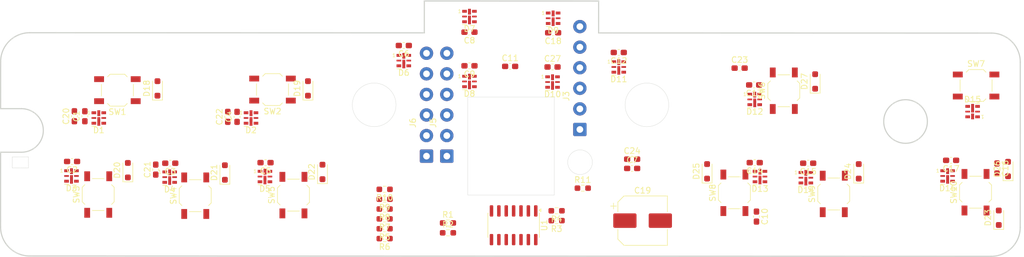
<source format=kicad_pcb>
(kicad_pcb (version 20241229) (generator "pcbnew") (generator_version "9.0")
  (layers (0 "F.Cu" signal) (2 "B.Cu" signal) (13 "F.Paste" user) (15 "B.Paste" user) (5 "F.SilkS" user "F.Silkscreen") (7 "B.SilkS" user "B.Silkscreen") (1 "F.Mask" user) (3 "B.Mask" user) (25 "Edge.Cuts" user))
  (net 0 "")
  (net 1 "+5V")
  (net 2 "GND")
  (net 3 "Net-(D1-CKO)")
  (net 4 "/LED_CLK_5V")
  (net 5 "Net-(D1-SDO)")
  (net 6 "/LED_DIN_5V")
  (net 7 "Net-(D2-CKO)")
  (net 8 "Net-(D2-SDO)")
  (net 9 "Net-(D3-SDO)")
  (net 10 "Net-(D3-CKO)")
  (net 11 "Net-(D4-CKO)")
  (net 12 "Net-(D4-SDO)")
  (net 13 "Net-(D5-SDO)")
  (net 14 "Net-(D5-CKO)")
  (net 15 "Net-(D6-CKO)")
  (net 16 "Net-(D6-SDO)")
  (net 17 "Net-(D7-CKO)")
  (net 18 "Net-(D7-SDO)")
  (net 20 "Net-(D8-CKO)")
  (net 21 "Net-(D10-SDI)")
  (net 23 "Net-(D10-CKI)")
  (net 24 "Net-(D10-CKO)")
  (net 25 "Net-(D10-SDO)")
  (net 26 "Net-(D11-SDO)")
  (net 27 "Net-(D11-CKO)")
  (net 28 "Net-(D12-SDO)")
  (net 29 "Net-(D12-CKO)")
  (net 30 "Net-(D13-CKO)")
  (net 31 "Net-(D13-SDO)")
  (net 32 "Net-(D14-SDO)")
  (net 33 "Net-(D14-CKO)")
  (net 34 "Net-(D15-SDO)")
  (net 35 "Net-(D15-CKO)")
  (net 36 "/ROW0")
  (net 37 "Net-(D19-A)")
  (net 38 "/ROW1")
  (net 39 "Net-(D20-A)")
  (net 40 "/ROW2")
  (net 41 "Net-(D21-A)")
  (net 42 "/ROW3")
  (net 43 "Net-(D22-A)")
  (net 44 "Net-(D23-A)")
  (net 45 "/ROW4")
  (net 46 "Net-(D24-A)")
  (net 47 "Net-(D25-A)")
  (net 48 "Net-(D26-A)")
  (net 49 "Net-(D27-A)")
  (net 50 "Net-(R1-Pad2)")
  (net 51 "/LED_DIN")
  (net 52 "Net-(R2-Pad2)")
  (net 53 "/LED_CLK")
  (net 54 "+3V3")
  (net 55 "/COL0")
  (net 56 "Net-(SW1-A)")
  (net 57 "Net-(SW10-A)")
  (net 58 "/COL1")
  (net 67 "Net-(D18-A)")
  (footprint "Button_Switch_SMD:SW_SPST_TL3342" (layer "F.Cu") (at 185 73.3 90)
    (property "Reference" "SW6" (at 0 -3.75 90) (layer "F.SilkS"))
    (property "Value" "SW_SPST")
    (pad "1" smd rect (at -3.15 -1.9 90) (size 1.7 1) (layers "F.Cu" "F.Mask" "F.Paste") (net 57 "Net-(SW10-A)"))
    (pad "1" smd rect (at 3.15 -1.9 90) (size 1.7 1) (layers "F.Cu" "F.Mask" "F.Paste") (net 57 "Net-(SW10-A)"))
    (pad "2" smd rect (at -3.15 1.9 90) (size 1.7 1) (layers "F.Cu" "F.Mask" "F.Paste") (net 49 "Net-(D27-A)"))
    (pad "2" smd rect (at 3.15 1.9 90) (size 1.7 1) (layers "F.Cu" "F.Mask" "F.Paste") (net 49 "Net-(D27-A)"))
  )
  (footprint "Capacitor_SMD:C_0603_1608Metric_Pad1.08x0.95mm_HandSolder" (layer "F.Cu") (at 64.7 77.7 90)
    (property "Reference" "C1" (at 0 -1.43 90) (layer "F.SilkS"))
    (property "Value" "100nF")
    (pad "1" smd roundrect (at -0.8625 0 90) (size 1.075 0.95) (layers "F.Cu" "F.Mask" "F.Paste") (net 2 "GND"))
    (pad "2" smd roundrect (at 0.8625 0 90) (size 1.075 0.95) (layers "F.Cu" "F.Mask" "F.Paste") (net 1 "+5V"))
  )
  (footprint "Button_Switch_SMD:SW_SPST_TL3342" (layer "F.Cu") (at 67 91.2 90)
    (property "Reference" "SW3" (at 0 -3.75 90) (layer "F.SilkS"))
    (property "Value" "SW_SPST")
    (pad "1" smd rect (at -3.15 -1.9 90) (size 1.7 1) (layers "F.Cu" "F.Mask" "F.Paste") (net 56 "Net-(SW1-A)"))
    (pad "1" smd rect (at 3.15 -1.9 90) (size 1.7 1) (layers "F.Cu" "F.Mask" "F.Paste") (net 56 "Net-(SW1-A)"))
    (pad "2" smd rect (at -3.15 1.9 90) (size 1.7 1) (layers "F.Cu" "F.Mask" "F.Paste") (net 39 "Net-(D20-A)"))
    (pad "2" smd rect (at 3.15 1.9 90) (size 1.7 1) (layers "F.Cu" "F.Mask" "F.Paste") (net 39 "Net-(D20-A)"))
  )
  (footprint "Button_Switch_SMD:SW_SPST_TL3342" (layer "F.Cu") (at 70.3 73.2 180)
    (property "Reference" "SW1" (at 0 -3.75 0) (layer "F.SilkS"))
    (property "Value" "SW_SPST")
    (pad "1" smd rect (at -3.15 -1.9 180) (size 1.7 1) (layers "F.Cu" "F.Mask" "F.Paste") (net 56 "Net-(SW1-A)"))
    (pad "1" smd rect (at 3.15 -1.9 180) (size 1.7 1) (layers "F.Cu" "F.Mask" "F.Paste") (net 56 "Net-(SW1-A)"))
    (pad "2" smd rect (at -3.15 1.9 180) (size 1.7 1) (layers "F.Cu" "F.Mask" "F.Paste") (net 67 "Net-(D18-A)"))
    (pad "2" smd rect (at 3.15 1.9 180) (size 1.7 1) (layers "F.Cu" "F.Mask" "F.Paste") (net 67 "Net-(D18-A)"))
  )
  (footprint "Capacitor_SMD:C_0603_1608Metric_Pad1.08x0.95mm_HandSolder" (layer "F.Cu") (at 179.9 72.3 180)
    (property "Reference" "C13" (at 0 -1.43 0) (layer "F.SilkS"))
    (property "Value" "100nF")
    (pad "1" smd roundrect (at -0.8625 0 180) (size 1.075 0.95) (layers "F.Cu" "F.Mask" "F.Paste") (net 2 "GND"))
    (pad "2" smd roundrect (at 0.8625 0 180) (size 1.075 0.95) (layers "F.Cu" "F.Mask" "F.Paste") (net 1 "+5V"))
  )
  (footprint "Capacitor_SMD:C_0603_1608Metric_Pad1.08x0.95mm_HandSolder" (layer "F.Cu") (at 90.9 77.8 90)
    (property "Reference" "C4" (at 0 -1.43 90) (layer "F.SilkS"))
    (property "Value" "100nF")
    (pad "1" smd roundrect (at -0.8625 0 90) (size 1.075 0.95) (layers "F.Cu" "F.Mask" "F.Paste") (net 2 "GND"))
    (pad "2" smd roundrect (at 0.8625 0 90) (size 1.075 0.95) (layers "F.Cu" "F.Mask" "F.Paste") (net 1 "+5V"))
  )
  (footprint "Diode_SMD:D_SOD-323_HandSoldering" (layer "F.Cu") (at 171.8 87.2 90)
    (property "Reference" "D25" (at 0 -1.85 90) (layer "F.SilkS"))
    (property "Value" "1N914WT")
    (pad "1" smd roundrect (at -1.25 0 90) (size 1 1) (layers "F.Cu" "F.Mask" "F.Paste") (net 40 "/ROW2"))
    (pad "2" smd roundrect (at 1.25 0 90) (size 1 1) (layers "F.Cu" "F.Mask" "F.Paste") (net 47 "Net-(D25-A)"))
  )
  (footprint "Capacitor_SMD:C_0603_1608Metric_Pad1.08x0.95mm_HandSolder" (layer "F.Cu") (at 62.5 85.5 180)
    (property "Reference" "C2" (at 0 -1.43 0) (layer "F.SilkS"))
    (property "Value" "100nF")
    (pad "1" smd roundrect (at -0.8625 0 180) (size 1.075 0.95) (layers "F.Cu" "F.Mask" "F.Paste") (net 2 "GND"))
    (pad "2" smd roundrect (at 0.8625 0 180) (size 1.075 0.95) (layers "F.Cu" "F.Mask" "F.Paste") (net 1 "+5V"))
  )
  (footprint "Diode_SMD:D_SOD-323_HandSoldering" (layer "F.Cu") (at 88.8 87.4 90)
    (property "Reference" "D21" (at 0 -1.85 90) (layer "F.SilkS"))
    (property "Value" "1N914WT")
    (pad "1" smd roundrect (at -1.25 0 90) (size 1 1) (layers "F.Cu" "F.Mask" "F.Paste") (net 42 "/ROW3"))
    (pad "2" smd roundrect (at 1.25 0 90) (size 1 1) (layers "F.Cu" "F.Mask" "F.Paste") (net 41 "Net-(D21-A)"))
  )
  (footprint "Resistor_SMD:R_0603_1608Metric_Pad0.98x0.95mm_HandSolder" (layer "F.Cu") (at 116.3 95.4 180)
    (property "Reference" "R7" (at 0 -1.43 0) (layer "F.SilkS"))
    (property "Value" "10k")
    (pad "1" smd roundrect (at -0.9125 0 180) (size 0.975 0.95) (layers "F.Cu" "F.Mask" "F.Paste") (net 54 "+3V3"))
    (pad "2" smd roundrect (at 0.9125 0 180) (size 0.975 0.95) (layers "F.Cu" "F.Mask" "F.Paste") (net 40 "/ROW2"))
  )
  (footprint "Button_Switch_SMD:SW_SPST_TL3342" (layer "F.Cu") (at 83.7 91.4 90)
    (property "Reference" "SW4" (at 0 -3.75 90) (layer "F.SilkS"))
    (property "Value" "SW_SPST")
    (pad "1" smd rect (at -3.15 -1.9 90) (size 1.7 1) (layers "F.Cu" "F.Mask" "F.Paste") (net 56 "Net-(SW1-A)"))
    (pad "1" smd rect (at 3.15 -1.9 90) (size 1.7 1) (layers "F.Cu" "F.Mask" "F.Paste") (net 56 "Net-(SW1-A)"))
    (pad "2" smd rect (at -3.15 1.9 90) (size 1.7 1) (layers "F.Cu" "F.Mask" "F.Paste") (net 41 "Net-(D21-A)"))
    (pad "2" smd rect (at 3.15 1.9 90) (size 1.7 1) (layers "F.Cu" "F.Mask" "F.Paste") (net 41 "Net-(D21-A)"))
  )
  (footprint "Capacitor_SMD:C_0603_1608Metric_Pad1.08x0.95mm_HandSolder" (layer "F.Cu") (at 158.9 86.7)
    (property "Reference" "C7" (at 0 -1.43 0) (layer "F.SilkS"))
    (property "Value" "100nF")
    (pad "1" smd roundrect (at -0.8625 0) (size 1.075 0.95) (layers "F.Cu" "F.Mask" "F.Paste") (net 2 "GND"))
    (pad "2" smd roundrect (at 0.8625 0) (size 1.075 0.95) (layers "F.Cu" "F.Mask" "F.Paste") (net 1 "+5V"))
  )
  (footprint "Capacitor_SMD:C_0603_1608Metric_Pad1.08x0.95mm_HandSolder" (layer "F.Cu") (at 180.3 95 -90)
    (property "Reference" "C10" (at 0 -1.43 90) (layer "F.SilkS"))
    (property "Value" "1uF")
    (pad "1" smd roundrect (at -0.8625 0 270) (size 1.075 0.95) (layers "F.Cu" "F.Mask" "F.Paste") (net 2 "GND"))
    (pad "2" smd roundrect (at 0.8625 0 270) (size 1.075 0.95) (layers "F.Cu" "F.Mask" "F.Paste") (net 1 "+5V"))
  )
  (footprint "Capacitor_SMD:C_0603_1608Metric_Pad1.08x0.95mm_HandSolder" (layer "F.Cu") (at 130.9 69 180)
    (property "Reference" "C9" (at 0 -1.43 0) (layer "F.SilkS"))
    (property "Value" "100nF")
    (pad "1" smd roundrect (at -0.8625 0 180) (size 1.075 0.95) (layers "F.Cu" "F.Mask" "F.Paste") (net 2 "GND"))
    (pad "2" smd roundrect (at 0.8625 0 180) (size 1.075 0.95) (layers "F.Cu" "F.Mask" "F.Paste") (net 1 "+5V"))
  )
  (footprint "Library:LED-APA102-2020" (layer "F.Cu") (at 156.6 69.2)
    (property "Reference" "D11" (at 0 2.11 0) (layer "F.SilkS"))
    (property "Value" "APA102-2020")
    (fp_text user "1" (at -1.7 -0.9 0) (layer "F.SilkS") (effects (font (size 0.6 0.6) (thickness 0.1))))
    (pad "1" smd rect (at -0.85 -0.9) (size 0.8 0.5) (layers "F.Cu" "F.Mask" "F.Paste") (net 1 "+5V"))
    (pad "1" smd rect (at 0 -0.83 90) (size 1 0.5) (layers "F.Cu" "F.Mask" "F.Paste") (net 1 "+5V"))
    (pad "2" smd rect (at -0.85 0) (size 0.8 0.3) (layers "F.Cu" "F.Mask" "F.Paste") (net 27 "Net-(D11-CKO)"))
    (pad "3" smd rect (at -0.85 0.9) (size 0.8 0.5) (layers "F.Cu" "F.Mask" "F.Paste") (net 26 "Net-(D11-SDO)"))
    (pad "4" smd rect (at 0.85 0.9) (size 0.8 0.5) (layers "F.Cu" "F.Mask" "F.Paste") (net 25 "Net-(D10-SDO)"))
    (pad "5" smd rect (at 0.85 0) (size 0.8 0.3) (layers "F.Cu" "F.Mask" "F.Paste") (net 24 "Net-(D10-CKO)"))
    (pad "6" smd rect (at 0 0.59 90) (size 1.48 0.5) (layers "F.Cu" "F.Mask" "F.Paste") (net 2 "GND"))
    (pad "6" smd rect (at 0.85 -0.9) (size 0.8 0.5) (layers "F.Cu" "F.Mask" "F.Paste") (net 2 "GND"))
  )
  (footprint "Resistor_SMD:R_0603_1608Metric_Pad0.98x0.95mm_HandSolder" (layer "F.Cu") (at 145.9 94 180)
    (property "Reference" "R4" (at 0 -1.43 0) (layer "F.SilkS"))
    (property "Value" "100k")
    (pad "1" smd roundrect (at -0.9125 0 180) (size 0.975 0.95) (layers "F.Cu" "F.Mask" "F.Paste") (net 2 "GND"))
    (pad "2" smd roundrect (at 0.9125 0 180) (size 0.975 0.95) (layers "F.Cu" "F.Mask" "F.Paste") (net 50 "Net-(R1-Pad2)"))
  )
  (footprint "Library:LED-APA102-2020" (layer "F.Cu") (at 213.2 88)
    (property "Reference" "D16" (at 0 2.11 0) (layer "F.SilkS"))
    (property "Value" "APA102-2020")
    (fp_text user "1" (at -1.7 -0.9 0) (layer "F.SilkS") (effects (font (size 0.6 0.6) (thickness 0.1))))
    (pad "1" smd rect (at -0.85 -0.9) (size 0.8 0.5) (layers "F.Cu" "F.Mask" "F.Paste") (net 1 "+5V"))
    (pad "1" smd rect (at 0 -0.83 90) (size 1 0.5) (layers "F.Cu" "F.Mask" "F.Paste") (net 1 "+5V"))
    (pad "2" smd rect (at -0.85 0) (size 0.8 0.3) (layers "F.Cu" "F.Mask" "F.Paste"))
    (pad "3" smd rect (at -0.85 0.9) (size 0.8 0.5) (layers "F.Cu" "F.Mask" "F.Paste"))
    (pad "4" smd rect (at 0.85 0.9) (size 0.8 0.5) (layers "F.Cu" "F.Mask" "F.Paste") (net 34 "Net-(D15-SDO)"))
    (pad "5" smd rect (at 0.85 0) (size 0.8 0.3) (layers "F.Cu" "F.Mask" "F.Paste") (net 35 "Net-(D15-CKO)"))
    (pad "6" smd rect (at 0 0.59 90) (size 1.48 0.5) (layers "F.Cu" "F.Mask" "F.Paste") (net 2 "GND"))
    (pad "6" smd rect (at 0.85 -0.9) (size 0.8 0.5) (layers "F.Cu" "F.Mask" "F.Paste") (net 2 "GND"))
  )
  (footprint "Capacitor_SMD:C_0603_1608Metric_Pad1.08x0.95mm_HandSolder" (layer "F.Cu") (at 145.3 63.3 180)
    (property "Reference" "C18" (at 0 -1.43 0) (layer "F.SilkS"))
    (property "Value" "100nF")
    (pad "1" smd roundrect (at -0.8625 0 180) (size 1.075 0.95) (layers "F.Cu" "F.Mask" "F.Paste") (net 2 "GND"))
    (pad "2" smd roundrect (at 0.8625 0 180) (size 1.075 0.95) (layers "F.Cu" "F.Mask" "F.Paste") (net 1 "+5V"))
  )
  (footprint "Diode_SMD:D_SOD-323_HandSoldering" (layer "F.Cu") (at 197.9 87.2 90)
    (property "Reference" "D24" (at 0 -1.85 90) (layer "F.SilkS"))
    (property "Value" "1N914WT")
    (pad "1" smd roundrect (at -1.25 0 90) (size 1 1) (layers "F.Cu" "F.Mask" "F.Paste") (net 42 "/ROW3"))
    (pad "2" smd roundrect (at 1.25 0 90) (size 1 1) (layers "F.Cu" "F.Mask" "F.Paste") (net 46 "Net-(D24-A)"))
  )
  (footprint "Library:SolderWire-0.5sqmm_1x06_P4.8mm_D0.9mm_OD2.3mm" (layer "F.Cu") (at 149.904 86.2375 90)
    (property "Reference" "J3" (at 12 -2.35 90) (layer "F.SilkS"))
    (property "Value" "Power In")
    (pad "1" thru_hole roundrect (at 6.26 0 90) (size 2.3 2.3) (drill 1.15) (layers "*.Cu" "*.Mask") (roundrect_rratio 0.108696) (net 2 "GND"))
    (pad "2" thru_hole circle (at 9.808 -0.006 90) (size 2.3 2.3) (drill 1.15) (layers "*.Cu" "*.Mask") (net 45 "/ROW4"))
    (pad "3" thru_hole circle (at 13.356 -0.004 90) (size 2.3 2.3) (drill 1.15) (layers "*.Cu" "*.Mask") (net 42 "/ROW3"))
    (pad "4" thru_hole circle (at 16.904 -0.008 90) (size 2.3 2.3) (drill 1.15) (layers "*.Cu" "*.Mask") (net 40 "/ROW2"))
    (pad "5" thru_hole circle (at 20.452 -0.002 90) (size 2.3 2.3) (drill 1.15) (layers "*.Cu" "*.Mask") (net 38 "/ROW1"))
    (pad "6" thru_hole circle (at 24 0 90) (size 2.3 2.3) (drill 1.15) (layers "*.Cu" "*.Mask") (net 36 "/ROW0"))
  )
  (footprint "Diode_SMD:D_SOD-323_HandSoldering" (layer "F.Cu") (at 105.6 87.3 90)
    (property "Reference" "D22" (at 0 -1.85 90) (layer "F.SilkS"))
    (property "Value" "1N914WT")
    (pad "1" smd roundrect (at -1.25 0 90) (size 1 1) (layers "F.Cu" "F.Mask" "F.Paste") (net 45 "/ROW4"))
    (pad "2" smd roundrect (at 1.25 0 90) (size 1 1) (layers "F.Cu" "F.Mask" "F.Paste") (net 43 "Net-(D22-A)"))
  )
  (footprint "Capacitor_SMD:C_0603_1608Metric_Pad1.08x0.95mm_HandSolder" (layer "F.Cu") (at 221.7 86.7 -90)
    (property "Reference" "C16" (at 0 -1.43 90) (layer "F.SilkS"))
    (property "Value" "100nF")
    (pad "1" smd roundrect (at -0.8625 0 270) (size 1.075 0.95) (layers "F.Cu" "F.Mask" "F.Paste") (net 2 "GND"))
    (pad "2" smd roundrect (at 0.8625 0 270) (size 1.075 0.95) (layers "F.Cu" "F.Mask" "F.Paste") (net 1 "+5V"))
  )
  (footprint "Capacitor_SMD:CP_Elec_8x6.7" (layer "F.Cu") (at 160.7 95.7)
    (property "Reference" "C19" (at 0 -5.2 0) (layer "F.SilkS"))
    (property "Value" "1000uF")
    (pad "1" smd roundrect (at -3.05 0) (size 4 2.5) (layers "F.Cu" "F.Mask" "F.Paste") (roundrect_rratio 0.1) (net 1 "+5V"))
    (pad "2" smd roundrect (at 3.05 0) (size 4 2.5) (layers "F.Cu" "F.Mask" "F.Paste") (roundrect_rratio 0.1) (net 2 "GND"))
  )
  (footprint "Library:LED-APA102-2020" (layer "F.Cu") (at 145.3 60.8)
    (property "Reference" "D9" (at 0 2.11 0) (layer "F.SilkS"))
    (property "Value" "APA102-2020")
    (fp_text user "1" (at -1.7 -0.9 0) (layer "F.SilkS") (effects (font (size 0.6 0.6) (thickness 0.1))))
    (pad "1" smd rect (at -0.85 -0.9) (size 0.8 0.5) (layers "F.Cu" "F.Mask" "F.Paste") (net 1 "+5V"))
    (pad "1" smd rect (at 0 -0.83 90) (size 1 0.5) (layers "F.Cu" "F.Mask" "F.Paste") (net 1 "+5V"))
    (pad "2" smd rect (at -0.85 0) (size 0.8 0.3) (layers "F.Cu" "F.Mask" "F.Paste") (net 23 "Net-(D10-CKI)"))
    (pad "3" smd rect (at -0.85 0.9) (size 0.8 0.5) (layers "F.Cu" "F.Mask" "F.Paste") (net 21 "Net-(D10-SDI)"))
    (pad "4" smd rect (at 0.85 0.9) (size 0.8 0.5) (layers "F.Cu" "F.Mask" "F.Paste"))
    (pad "5" smd rect (at 0.85 0) (size 0.8 0.3) (layers "F.Cu" "F.Mask" "F.Paste") (net 20 "Net-(D8-CKO)"))
    (pad "6" smd rect (at 0 0.59 90) (size 1.48 0.5) (layers "F.Cu" "F.Mask" "F.Paste") (net 2 "GND"))
    (pad "6" smd rect (at 0.85 -0.9) (size 0.8 0.5) (layers "F.Cu" "F.Mask" "F.Paste") (net 2 "GND"))
  )
  (footprint "Resistor_SMD:R_0603_1608Metric_Pad0.98x0.95mm_HandSolder" (layer "F.Cu") (at 116.3 92 180)
    (property "Reference" "R9" (at 0 -1.43 0) (layer "F.SilkS"))
    (property "Value" "10k")
    (pad "1" smd roundrect (at -0.9125 0 180) (size 0.975 0.95) (layers "F.Cu" "F.Mask" "F.Paste") (net 54 "+3V3"))
    (pad "2" smd roundrect (at 0.9125 0 180) (size 0.975 0.95) (layers "F.Cu" "F.Mask" "F.Paste") (net 45 "/ROW4"))
  )
  (footprint "Button_Switch_SMD:SW_SPST_TL3342" (layer "F.Cu") (at 97 73.1 180)
    (property "Reference" "SW2" (at 0 -3.75 0) (layer "F.SilkS"))
    (property "Value" "SW_SPST")
    (pad "1" smd rect (at -3.15 -1.9 180) (size 1.7 1) (layers "F.Cu" "F.Mask" "F.Paste") (net 56 "Net-(SW1-A)"))
    (pad "1" smd rect (at 3.15 -1.9 180) (size 1.7 1) (layers "F.Cu" "F.Mask" "F.Paste") (net 56 "Net-(SW1-A)"))
    (pad "2" smd rect (at -3.15 1.9 180) (size 1.7 1) (layers "F.Cu" "F.Mask" "F.Paste") (net 37 "Net-(D19-A)"))
    (pad "2" smd rect (at 3.15 1.9 180) (size 1.7 1) (layers "F.Cu" "F.Mask" "F.Paste") (net 37 "Net-(D19-A)"))
  )
  (footprint "Library:LED-APA102-2020" (layer "F.Cu") (at 93.3 78)
    (property "Reference" "D2" (at 0 2.11 0) (layer "F.SilkS"))
    (property "Value" "APA102-2020")
    (fp_text user "1" (at -1.7 -0.9 0) (layer "F.SilkS") (effects (font (size 0.6 0.6) (thickness 0.1))))
    (pad "1" smd rect (at -0.85 -0.9) (size 0.8 0.5) (layers "F.Cu" "F.Mask" "F.Paste") (net 1 "+5V"))
    (pad "1" smd rect (at 0 -0.83 90) (size 1 0.5) (layers "F.Cu" "F.Mask" "F.Paste") (net 1 "+5V"))
    (pad "2" smd rect (at -0.85 0) (size 0.8 0.3) (layers "F.Cu" "F.Mask" "F.Paste") (net 7 "Net-(D2-CKO)"))
    (pad "3" smd rect (at -0.85 0.9) (size 0.8 0.5) (layers "F.Cu" "F.Mask" "F.Paste") (net 8 "Net-(D2-SDO)"))
    (pad "4" smd rect (at 0.85 0.9) (size 0.8 0.5) (layers "F.Cu" "F.Mask" "F.Paste") (net 5 "Net-(D1-SDO)"))
    (pad "5" smd rect (at 0.85 0) (size 0.8 0.3) (layers "F.Cu" "F.Mask" "F.Paste") (net 3 "Net-(D1-CKO)"))
    (pad "6" smd rect (at 0 0.59 90) (size 1.48 0.5) (layers "F.Cu" "F.Mask" "F.Paste") (net 2 "GND"))
    (pad "6" smd rect (at 0.85 -0.9) (size 0.8 0.5) (layers "F.Cu" "F.Mask" "F.Paste") (net 2 "GND"))
  )
  (footprint "Resistor_SMD:R_0603_1608Metric_Pad0.98x0.95mm_HandSolder" (layer "F.Cu") (at 127.2 97.8)
    (property "Reference" "R2" (at 0 -1.43 0) (layer "F.SilkS"))
    (property "Value" "47R")
    (pad "1" smd roundrect (at -0.9125 0) (size 0.975 0.95) (layers "F.Cu" "F.Mask" "F.Paste") (net 53 "/LED_CLK"))
    (pad "2" smd roundrect (at 0.9125 0) (size 0.975 0.95) (layers "F.Cu" "F.Mask" "F.Paste") (net 52 "Net-(R2-Pad2)"))
  )
  (footprint "Library:LED-APA102-2020" (layer "F.Cu") (at 67.1 78)
    (property "Reference" "D1" (at 0 2.11 0) (layer "F.SilkS"))
    (property "Value" "APA102-2020")
    (fp_text user "1" (at -1.7 -0.9 0) (layer "F.SilkS") (effects (font (size 0.6 0.6) (thickness 0.1))))
    (pad "1" smd rect (at -0.85 -0.9) (size 0.8 0.5) (layers "F.Cu" "F.Mask" "F.Paste") (net 1 "+5V"))
    (pad "1" smd rect (at 0 -0.83 90) (size 1 0.5) (layers "F.Cu" "F.Mask" "F.Paste") (net 1 "+5V"))
    (pad "2" smd rect (at -0.85 0) (size 0.8 0.3) (layers "F.Cu" "F.Mask" "F.Paste") (net 3 "Net-(D1-CKO)"))
    (pad "3" smd rect (at -0.85 0.9) (size 0.8 0.5) (layers "F.Cu" "F.Mask" "F.Paste") (net 5 "Net-(D1-SDO)"))
    (pad "4" smd rect (at 0.85 0.9) (size 0.8 0.5) (layers "F.Cu" "F.Mask" "F.Paste") (net 6 "/LED_DIN_5V"))
    (pad "5" smd rect (at 0.85 0) (size 0.8 0.3) (layers "F.Cu" "F.Mask" "F.Paste") (net 4 "/LED_CLK_5V"))
    (pad "6" smd rect (at 0 0.59 90) (size 1.48 0.5) (layers "F.Cu" "F.Mask" "F.Paste") (net 2 "GND"))
    (pad "6" smd rect (at 0.85 -0.9) (size 0.8 0.5) (layers "F.Cu" "F.Mask" "F.Paste") (net 2 "GND"))
  )
  (footprint "Resistor_SMD:R_0603_1608Metric_Pad0.98x0.95mm_HandSolder" (layer "F.Cu") (at 127.2 96.1)
    (property "Reference" "R1" (at 0 -1.43 0) (layer "F.SilkS"))
    (property "Value" "47R")
    (pad "1" smd roundrect (at -0.9125 0) (size 0.975 0.95) (layers "F.Cu" "F.Mask" "F.Paste") (net 51 "/LED_DIN"))
    (pad "2" smd roundrect (at 0.9125 0) (size 0.975 0.95) (layers "F.Cu" "F.Mask" "F.Paste") (net 50 "Net-(R1-Pad2)"))
  )
  (footprint "Capacitor_SMD:C_0603_1608Metric_Pad1.08x0.95mm_HandSolder" (layer "F.Cu") (at 130.9 63.2 180)
    (property "Reference" "C8" (at 0 -1.43 0) (layer "F.SilkS"))
    (property "Value" "100nF")
    (pad "1" smd roundrect (at -0.8625 0 180) (size 1.075 0.95) (layers "F.Cu" "F.Mask" "F.Paste") (net 2 "GND"))
    (pad "2" smd roundrect (at 0.8625 0 180) (size 1.075 0.95) (layers "F.Cu" "F.Mask" "F.Paste") (net 1 "+5V"))
  )
  (footprint "Library:LED-APA102-2020" (layer "F.Cu") (at 79.3 88.2)
    (property "Reference" "D4" (at 0 2.11 0) (layer "F.SilkS"))
    (property "Value" "APA102-2020")
    (fp_text user "1" (at -1.7 -0.9 0) (layer "F.SilkS") (effects (font (size 0.6 0.6) (thickness 0.1))))
    (pad "1" smd rect (at -0.85 -0.9) (size 0.8 0.5) (layers "F.Cu" "F.Mask" "F.Paste") (net 1 "+5V"))
    (pad "1" smd rect (at 0 -0.83 90) (size 1 0.5) (layers "F.Cu" "F.Mask" "F.Paste") (net 1 "+5V"))
    (pad "2" smd rect (at -0.85 0) (size 0.8 0.3) (layers "F.Cu" "F.Mask" "F.Paste") (net 11 "Net-(D4-CKO)"))
    (pad "3" smd rect (at -0.85 0.9) (size 0.8 0.5) (layers "F.Cu" "F.Mask" "F.Paste") (net 12 "Net-(D4-SDO)"))
    (pad "4" smd rect (at 0.85 0.9) (size 0.8 0.5) (layers "F.Cu" "F.Mask" "F.Paste") (net 9 "Net-(D3-SDO)"))
    (pad "5" smd rect (at 0.85 0) (size 0.8 0.3) (layers "F.Cu" "F.Mask" "F.Paste") (net 10 "Net-(D3-CKO)"))
    (pad "6" smd rect (at 0 0.59 90) (size 1.48 0.5) (layers "F.Cu" "F.Mask" "F.Paste") (net 2 "GND"))
    (pad "6" smd rect (at 0.85 -0.9) (size 0.8 0.5) (layers "F.Cu" "F.Mask" "F.Paste") (net 2 "GND"))
  )
  (footprint "Library:LED-APA102-2020" (layer "F.Cu") (at 130.9 71.7)
    (property "Reference" "D8" (at 0 2.11 0) (layer "F.SilkS"))
    (property "Value" "APA102-2020")
    (fp_text user "1" (at -1.7 -0.9 0) (layer "F.SilkS") (effects (font (size 0.6 0.6) (thickness 0.1))))
    (pad "1" smd rect (at -0.85 -0.9) (size 0.8 0.5) (layers "F.Cu" "F.Mask" "F.Paste") (net 1 "+5V"))
    (pad "1" smd rect (at 0 -0.83 90) (size 1 0.5) (layers "F.Cu" "F.Mask" "F.Paste") (net 1 "+5V"))
    (pad "2" smd rect (at -0.85 0) (size 0.8 0.3) (layers "F.Cu" "F.Mask" "F.Paste") (net 20 "Net-(D8-CKO)"))
    (pad "3" smd rect (at -0.85 0.9) (size 0.8 0.5) (layers "F.Cu" "F.Mask" "F.Paste"))
    (pad "4" smd rect (at 0.85 0.9) (size 0.8 0.5) (layers "F.Cu" "F.Mask" "F.Paste") (net 18 "Net-(D7-SDO)"))
    (pad "5" smd rect (at 0.85 0) (size 0.8 0.3) (layers "F.Cu" "F.Mask" "F.Paste") (net 17 "Net-(D7-CKO)"))
    (pad "6" smd rect (at 0 0.59 90) (size 1.48 0.5) (layers "F.Cu" "F.Mask" "F.Paste") (net 2 "GND"))
    (pad "6" smd rect (at 0.85 -0.9) (size 0.8 0.5) (layers "F.Cu" "F.Mask" "F.Paste") (net 2 "GND"))
  )
  (footprint "Button_Switch_SMD:SW_SPST_TL3342" (layer "F.Cu") (at 218.1 72.4)
    (property "Reference" "SW7" (at 0 -3.75 0) (layer "F.SilkS"))
    (property "Value" "SW_SPST")
    (pad "1" smd rect (at -3.15 -1.9) (size 1.7 1) (layers "F.Cu" "F.Mask" "F.Paste") (net 57 "Net-(SW10-A)"))
    (pad "1" smd rect (at 3.15 -1.9) (size 1.7 1) (layers "F.Cu" "F.Mask" "F.Paste") (net 57 "Net-(SW10-A)"))
    (pad "2" smd rect (at -3.15 1.9) (size 1.7 1) (layers "F.Cu" "F.Mask" "F.Paste") (net 48 "Net-(D26-A)"))
    (pad "2" smd rect (at 3.15 1.9) (size 1.7 1) (layers "F.Cu" "F.Mask" "F.Paste") (net 48 "Net-(D26-A)"))
  )
  (footprint "Library:LED-APA102-2020" (layer "F.Cu") (at 62.4 88)
    (property "Reference" "D3" (at 0 2.11 0) (layer "F.SilkS"))
    (property "Value" "APA102-2020")
    (fp_text user "1" (at -1.7 -0.9 0) (layer "F.SilkS") (effects (font (size 0.6 0.6) (thickness 0.1))))
    (pad "1" smd rect (at -0.85 -0.9) (size 0.8 0.5) (layers "F.Cu" "F.Mask" "F.Paste") (net 1 "+5V"))
    (pad "1" smd rect (at 0 -0.83 90) (size 1 0.5) (layers "F.Cu" "F.Mask" "F.Paste") (net 1 "+5V"))
    (pad "2" smd rect (at -0.85 0) (size 0.8 0.3) (layers "F.Cu" "F.Mask" "F.Paste") (net 10 "Net-(D3-CKO)"))
    (pad "3" smd rect (at -0.85 0.9) (size 0.8 0.5) (layers "F.Cu" "F.Mask" "F.Paste") (net 9 "Net-(D3-SDO)"))
    (pad "4" smd rect (at 0.85 0.9) (size 0.8 0.5) (layers "F.Cu" "F.Mask" "F.Paste") (net 8 "Net-(D2-SDO)"))
    (pad "5" smd rect (at 0.85 0) (size 0.8 0.3) (layers "F.Cu" "F.Mask" "F.Paste") (net 7 "Net-(D2-CKO)"))
    (pad "6" smd rect (at 0 0.59 90) (size 1.48 0.5) (layers "F.Cu" "F.Mask" "F.Paste") (net 2 "GND"))
    (pad "6" smd rect (at 0.85 -0.9) (size 0.8 0.5) (layers "F.Cu" "F.Mask" "F.Paste") (net 2 "GND"))
  )
  (footprint "Button_Switch_SMD:SW_SPST_TL3342" (layer "F.Cu") (at 100.6 91.3 90)
    (property "Reference" "SW5" (at 0 -3.75 90) (layer "F.SilkS"))
    (property "Value" "SW_SPST")
    (pad "1" smd rect (at -3.15 -1.9 90) (size 1.7 1) (layers "F.Cu" "F.Mask" "F.Paste") (net 56 "Net-(SW1-A)"))
    (pad "1" smd rect (at 3.15 -1.9 90) (size 1.7 1) (layers "F.Cu" "F.Mask" "F.Paste") (net 56 "Net-(SW1-A)"))
    (pad "2" smd rect (at -3.15 1.9 90) (size 1.7 1) (layers "F.Cu" "F.Mask" "F.Paste") (net 43 "Net-(D22-A)"))
    (pad "2" smd rect (at 3.15 1.9 90) (size 1.7 1) (layers "F.Cu" "F.Mask" "F.Paste") (net 43 "Net-(D22-A)"))
  )
  (footprint "Library:LED-APA102-2020" (layer "F.Cu") (at 95.7 88.1)
    (property "Reference" "D5" (at 0 2.11 0) (layer "F.SilkS"))
    (property "Value" "APA102-2020")
    (fp_text user "1" (at -1.7 -0.9 0) (layer "F.SilkS") (effects (font (size 0.6 0.6) (thickness 0.1))))
    (pad "1" smd rect (at -0.85 -0.9) (size 0.8 0.5) (layers "F.Cu" "F.Mask" "F.Paste") (net 1 "+5V"))
    (pad "1" smd rect (at 0 -0.83 90) (size 1 0.5) (layers "F.Cu" "F.Mask" "F.Paste") (net 1 "+5V"))
    (pad "2" smd rect (at -0.85 0) (size 0.8 0.3) (layers "F.Cu" "F.Mask" "F.Paste") (net 14 "Net-(D5-CKO)"))
    (pad "3" smd rect (at -0.85 0.9) (size 0.8 0.5) (layers "F.Cu" "F.Mask" "F.Paste") (net 13 "Net-(D5-SDO)"))
    (pad "4" smd rect (at 0.85 0.9) (size 0.8 0.5) (layers "F.Cu" "F.Mask" "F.Paste") (net 12 "Net-(D4-SDO)"))
    (pad "5" smd rect (at 0.85 0) (size 0.8 0.3) (layers "F.Cu" "F.Mask" "F.Paste") (net 11 "Net-(D4-CKO)"))
    (pad "6" smd rect (at 0 0.59 90) (size 1.48 0.5) (layers "F.Cu" "F.Mask" "F.Paste") (net 2 "GND"))
    (pad "6" smd rect (at 0.85 -0.9) (size 0.8 0.5) (layers "F.Cu" "F.Mask" "F.Paste") (net 2 "GND"))
  )
  (footprint "Capacitor_SMD:C_0603_1608Metric_Pad1.08x0.95mm_HandSolder" (layer "F.Cu") (at 180 85.7 180)
    (property "Reference" "C14" (at 0 -1.43 0) (layer "F.SilkS"))
    (property "Value" "100nF")
    (pad "1" smd roundrect (at -0.8625 0 180) (size 1.075 0.95) (layers "F.Cu" "F.Mask" "F.Paste") (net 2 "GND"))
    (pad "2" smd roundrect (at 0.8625 0 180) (size 1.075 0.95) (layers "F.Cu" "F.Mask" "F.Paste") (net 1 "+5V"))
  )
  (footprint "Resistor_SMD:R_0603_1608Metric_Pad0.98x0.95mm_HandSolder" (layer "F.Cu") (at 116.3 97.1 180)
    (property "Reference" "R5" (at 0 -1.43 0) (layer "F.SilkS"))
    (property "Value" "10k")
    (pad "1" smd roundrect (at -0.9125 0 180) (size 0.975 0.95) (layers "F.Cu" "F.Mask" "F.Paste") (net 54 "+3V3"))
    (pad "2" smd roundrect (at 0.9125 0 180) (size 0.975 0.95) (layers "F.Cu" "F.Mask" "F.Paste") (net 38 "/ROW1"))
  )
  (footprint "Library:LED-APA102-2020" (layer "F.Cu") (at 217.5 76.9 180)
    (property "Reference" "D15" (at 0 2.11 180) (layer "F.SilkS"))
    (property "Value" "APA102-2020")
    (fp_text user "1" (at -1.7 -0.9 180) (layer "F.SilkS") (effects (font (size 0.6 0.6) (thickness 0.1))))
    (pad "1" smd rect (at -0.85 -0.9 180) (size 0.8 0.5) (layers "F.Cu" "F.Mask" "F.Paste") (net 1 "+5V"))
    (pad "1" smd rect (at 0 -0.83 270) (size 1 0.5) (layers "F.Cu" "F.Mask" "F.Paste") (net 1 "+5V"))
    (pad "2" smd rect (at -0.85 0 180) (size 0.8 0.3) (layers "F.Cu" "F.Mask" "F.Paste") (net 35 "Net-(D15-CKO)"))
    (pad "3" smd rect (at -0.85 0.9 180) (size 0.8 0.5) (layers "F.Cu" "F.Mask" "F.Paste") (net 34 "Net-(D15-SDO)"))
    (pad "4" smd rect (at 0.85 0.9 180) (size 0.8 0.5) (layers "F.Cu" "F.Mask" "F.Paste") (net 32 "Net-(D14-SDO)"))
    (pad "5" smd rect (at 0.85 0 180) (size 0.8 0.3) (layers "F.Cu" "F.Mask" "F.Paste") (net 33 "Net-(D14-CKO)"))
    (pad "6" smd rect (at 0 0.59 270) (size 1.48 0.5) (layers "F.Cu" "F.Mask" "F.Paste") (net 2 "GND"))
    (pad "6" smd rect (at 0.85 -0.9 180) (size 0.8 0.5) (layers "F.Cu" "F.Mask" "F.Paste") (net 2 "GND"))
  )
  (footprint "Capacitor_SMD:C_0603_1608Metric_Pad1.08x0.95mm_HandSolder" (layer "F.Cu") (at 76.9 86.9 90)
    (property "Reference" "C21" (at 0 -1.43 90) (layer "F.SilkS"))
    (property "Value" "1uF")
    (pad "1" smd roundrect (at -0.8625 0 90) (size 1.075 0.95) (layers "F.Cu" "F.Mask" "F.Paste") (net 2 "GND"))
    (pad "2" smd roundrect (at 0.8625 0 90) (size 1.075 0.95) (layers "F.Cu" "F.Mask" "F.Paste") (net 1 "+5V"))
  )
  (footprint "Library:SolderWire-0.5sqmm_1x06_P4.8mm_D0.9mm_OD2.3mm" (layer "F.Cu") (at 123.504 90.8375 90)
    (property "Reference" "J6" (at 12 -2.35 90) (layer "F.SilkS"))
    (property "Value" "Power In")
    (pad "1" thru_hole roundrect (at 6.26 0 90) (size 2.3 2.3) (drill 1.15) (layers "*.Cu" "*.Mask") (roundrect_rratio 0.108696) (net 2 "GND"))
    (pad "2" thru_hole circle (at 9.808 -0.006 90) (size 2.3 2.3) (drill 1.15) (layers "*.Cu" "*.Mask") (net 2 "GND"))
    (pad "3" thru_hole circle (at 13.356 -0.004 90) (size 2.3 2.3) (drill 1.15) (layers "*.Cu" "*.Mask") (net 54 "+3V3"))
    (pad "4" thru_hole circle (at 16.904 -0.008 90) (size 2.3 2.3) (drill 1.15) (layers "*.Cu" "*.Mask") (net 54 "+3V3"))
    (pad "5" thru_hole circle (at 20.452 -0.002 90) (size 2.3 2.3) (drill 1.15) (layers "*.Cu" "*.Mask") (net 1 "+5V"))
    (pad "6" thru_hole circle (at 24 0 90) (size 2.3 2.3) (drill 1.15) (layers "*.Cu" "*.Mask") (net 1 "+5V"))
  )
  (footprint "Library:LED-APA102-2020" (layer "F.Cu") (at 180.9 88.1)
    (property "Reference" "D13" (at 0 2.11 0) (layer "F.SilkS"))
    (property "Value" "APA102-2020")
    (fp_text user "1" (at -1.7 -0.9 0) (layer "F.SilkS") (effects (font (size 0.6 0.6) (thickness 0.1))))
    (pad "1" smd rect (at -0.85 -0.9) (size 0.8 0.5) (layers "F.Cu" "F.Mask" "F.Paste") (net 1 "+5V"))
    (pad "1" smd rect (at 0 -0.83 90) (size 1 0.5) (layers "F.Cu" "F.Mask" "F.Paste") (net 1 "+5V"))
    (pad "2" smd rect (at -0.85 0) (size 0.8 0.3) (layers "F.Cu" "F.Mask" "F.Paste") (net 30 "Net-(D13-CKO)"))
    (pad "3" smd rect (at -0.85 0.9) (size 0.8 0.5) (layers "F.Cu" "F.Mask" "F.Paste") (net 31 "Net-(D13-SDO)"))
    (pad "4" smd rect (at 0.85 0.9) (size 0.8 0.5) (layers "F.Cu" "F.Mask" "F.Paste") (net 28 "Net-(D12-SDO)"))
    (pad "5" smd rect (at 0.85 0) (size 0.8 0.3) (layers "F.Cu" "F.Mask" "F.Paste") (net 29 "Net-(D12-CKO)"))
    (pad "6" smd rect (at 0 0.59 90) (size 1.48 0.5) (layers "F.Cu" "F.Mask" "F.Paste") (net 2 "GND"))
    (pad "6" smd rect (at 0.85 -0.9) (size 0.8 0.5) (layers "F.Cu" "F.Mask" "F.Paste") (net 2 "GND"))
  )
  (footprint "Capacitor_SMD:C_0603_1608Metric_Pad1.08x0.95mm_HandSolder" (layer "F.Cu") (at 145.2 69.2)
    (property "Reference" "C27" (at 0 -1.43 0) (layer "F.SilkS"))
    (property "Value" "100nF")
    (pad "1" smd roundrect (at -0.8625 0) (size 1.075 0.95) (layers "F.Cu" "F.Mask" "F.Paste") (net 1 "+5V"))
    (pad "2" smd roundrect (at 0.8625 0) (size 1.075 0.95) (layers "F.Cu" "F.Mask" "F.Paste") (net 2 "GND"))
  )
  (footprint "Capacitor_SMD:C_0603_1608Metric_Pad1.08x0.95mm_HandSolder" (layer "F.Cu") (at 156.6 66.7 180)
    (property "Reference" "C12" (at 0 -1.43 0) (layer "F.SilkS"))
    (property "Value" "100nF")
    (pad "1" smd roundrect (at -0.8625 0 180) (size 1.075 0.95) (layers "F.Cu" "F.Mask" "F.Paste") (net 2 "GND"))
    (pad "2" smd roundrect (at 0.8625 0 180) (size 1.075 0.95) (layers "F.Cu" "F.Mask" "F.Paste") (net 1 "+5V"))
  )
  (footprint "Capacitor_SMD:C_0603_1608Metric_Pad1.08x0.95mm_HandSolder" (layer "F.Cu") (at 137.9 69.1)
    (property "Reference" "C11" (at 0 -1.43 0) (layer "F.SilkS"))
    (property "Value" "1uF")
    (pad "1" smd roundrect (at -0.8625 0) (size 1.075 0.95) (layers "F.Cu" "F.Mask" "F.Paste") (net 2 "GND"))
    (pad "2" smd roundrect (at 0.8625 0) (size 1.075 0.95) (layers "F.Cu" "F.Mask" "F.Paste") (net 1 "+5V"))
  )
  (footprint "Capacitor_SMD:C_0603_1608Metric_Pad1.08x0.95mm_HandSolder" (layer "F.Cu") (at 79.4 85.8 180)
    (property "Reference" "C3" (at 0 -1.43 0) (layer "F.SilkS"))
    (property "Value" "100nF")
    (pad "1" smd roundrect (at -0.8625 0 180) (size 1.075 0.95) (layers "F.Cu" "F.Mask" "F.Paste") (net 2 "GND"))
    (pad "2" smd roundrect (at 0.8625 0 180) (size 1.075 0.95) (layers "F.Cu" "F.Mask" "F.Paste") (net 1 "+5V"))
  )
  (footprint "Capacitor_SMD:C_0603_1608Metric_Pad1.08x0.95mm_HandSolder" (layer "F.Cu") (at 177.4 69.4)
    (property "Reference" "C23" (at 0 -1.43 0) (layer "F.SilkS"))
    (property "Value" "1uF")
    (pad "1" smd roundrect (at -0.8625 0) (size 1.075 0.95) (layers "F.Cu" "F.Mask" "F.Paste") (net 2 "GND"))
    (pad "2" smd roundrect (at 0.8625 0) (size 1.075 0.95) (layers "F.Cu" "F.Mask" "F.Paste") (net 1 "+5V"))
  )
  (footprint "Capacitor_SMD:C_0603_1608Metric_Pad1.08x0.95mm_HandSolder" (layer "F.Cu") (at 189.2 85.8 180)
    (property "Reference" "C15" (at 0 -1.43 0) (layer "F.SilkS"))
    (property "Value" "100nF")
    (pad "1" smd roundrect (at -0.8625 0 180) (size 1.075 0.95) (layers "F.Cu" "F.Mask" "F.Paste") (net 2 "GND"))
    (pad "2" smd roundrect (at 0.8625 0 180) (size 1.075 0.95) (layers "F.Cu" "F.Mask" "F.Paste") (net 1 "+5V"))
  )
  (footprint "Capacitor_SMD:C_0603_1608Metric_Pad1.08x0.95mm_HandSolder" (layer "F.Cu") (at 62.9 77.7 90)
    (property "Reference" "C20" (at 0 -1.43 90) (layer "F.SilkS"))
    (property "Value" "1uF")
    (pad "1" smd roundrect (at -0.8625 0 90) (size 1.075 0.95) (layers "F.Cu" "F.Mask" "F.Paste") (net 2 "GND"))
    (pad "2" smd roundrect (at 0.8625 0 90) (size 1.075 0.95) (layers "F.Cu" "F.Mask" "F.Paste") (net 1 "+5V"))
  )
  (footprint "Resistor_SMD:R_0603_1608Metric_Pad0.98x0.95mm_HandSolder" (layer "F.Cu") (at 116.3 98.8 180)
    (property "Reference" "R6" (at 0 -1.43 0) (layer "F.SilkS"))
    (property "Value" "10k")
    (pad "1" smd roundrect (at -0.9125 0 180) (size 0.975 0.95) (layers "F.Cu" "F.Mask" "F.Paste") (net 54 "+3V3"))
    (pad "2" smd roundrect (at 0.9125 0 180) (size 0.975 0.95) (layers "F.Cu" "F.Mask" "F.Paste") (net 36 "/ROW0"))
  )
  (footprint "Capacitor_SMD:C_0603_1608Metric_Pad1.08x0.95mm_HandSolder" (layer "F.Cu") (at 95.8 85.7 180)
    (property "Reference" "C5" (at 0 -1.43 0) (layer "F.SilkS"))
    (property "Value" "100nF")
    (pad "1" smd roundrect (at -0.8625 0 180) (size 1.075 0.95) (layers "F.Cu" "F.Mask" "F.Paste") (net 2 "GND"))
    (pad "2" smd roundrect (at 0.8625 0 180) (size 1.075 0.95) (layers "F.Cu" "F.Mask" "F.Paste") (net 1 "+5V"))
  )
  (footprint "Capacitor_SMD:C_0603_1608Metric_Pad1.08x0.95mm_HandSolder" (layer "F.Cu") (at 119.6 65.5 180)
    (property "Reference" "C6" (at 0 -1.43 0) (layer "F.SilkS"))
    (property "Value" "100nF")
    (pad "1" smd roundrect (at -0.8625 0 180) (size 1.075 0.95) (layers "F.Cu" "F.Mask" "F.Paste") (net 2 "GND"))
    (pad "2" smd roundrect (at 0.8625 0 180) (size 1.075 0.95) (layers "F.Cu" "F.Mask" "F.Paste") (net 1 "+5V"))
  )
  (footprint "Resistor_SMD:R_0603_1608Metric_Pad0.98x0.95mm_HandSolder" (layer "F.Cu") (at 116.3 93.7 180)
    (property "Reference" "R8" (at 0 -1.43 0) (layer "F.SilkS"))
    (property "Value" "10k")
    (pad "1" smd roundrect (at -0.9125 0 180) (size 0.975 0.95) (layers "F.Cu" "F.Mask" "F.Paste") (net 54 "+3V3"))
    (pad "2" smd roundrect (at 0.9125 0 180) (size 0.975 0.95) (layers "F.Cu" "F.Mask" "F.Paste") (net 42 "/ROW3"))
  )
  (footprint "Button_Switch_SMD:SW_SPST_TL3342" (layer "F.Cu") (at 218 90.8 90)
    (property "Reference" "SW10" (at 0 -3.75 90) (layer "F.SilkS"))
    (property "Value" "SW_SPST")
    (pad "1" smd rect (at -3.15 -1.9 90) (size 1.7 1) (layers "F.Cu" "F.Mask" "F.Paste") (net 57 "Net-(SW10-A)"))
    (pad "1" smd rect (at 3.15 -1.9 90) (size 1.7 1) (layers "F.Cu" "F.Mask" "F.Paste") (net 57 "Net-(SW10-A)"))
    (pad "2" smd rect (at -3.15 1.9 90) (size 1.7 1) (layers "F.Cu" "F.Mask" "F.Paste") (net 44 "Net-(D23-A)"))
    (pad "2" smd rect (at 3.15 1.9 90) (size 1.7 1) (layers "F.Cu" "F.Mask" "F.Paste") (net 44 "Net-(D23-A)"))
  )
  (footprint "Button_Switch_SMD:SW_SPST_TL3342" (layer "F.Cu") (at 193.6 91.1 90)
    (property "Reference" "SW9" (at 0 -3.75 90) (layer "F.SilkS"))
    (property "Value" "SW_SPST")
    (pad "1" smd rect (at -3.15 -1.9 90) (size 1.7 1) (layers "F.Cu" "F.Mask" "F.Paste") (net 57 "Net-(SW10-A)"))
    (pad "1" smd rect (at 3.15 -1.9 90) (size 1.7 1) (layers "F.Cu" "F.Mask" "F.Paste") (net 57 "Net-(SW10-A)"))
    (pad "2" smd rect (at -3.15 1.9 90) (size 1.7 1) (layers "F.Cu" "F.Mask" "F.Paste") (net 46 "Net-(D24-A)"))
    (pad "2" smd rect (at 3.15 1.9 90) (size 1.7 1) (layers "F.Cu" "F.Mask" "F.Paste") (net 46 "Net-(D24-A)"))
  )
  (footprint "Library:LED-APA102-2020" (layer "F.Cu") (at 130.9 60.5)
    (property "Reference" "D7" (at 0 2.11 0) (layer "F.SilkS"))
    (property "Value" "APA102-2020")
    (fp_text user "1" (at -1.7 -0.9 0) (layer "F.SilkS") (effects (font (size 0.6 0.6) (thickness 0.1))))
    (pad "1" smd rect (at -0.85 -0.9) (size 0.8 0.5) (layers "F.Cu" "F.Mask" "F.Paste") (net 1 "+5V"))
    (pad "1" smd rect (at 0 -0.83 90) (size 1 0.5) (layers "F.Cu" "F.Mask" "F.Paste") (net 1 "+5V"))
    (pad "2" smd rect (at -0.85 0) (size 0.8 0.3) (layers "F.Cu" "F.Mask" "F.Paste") (net 17 "Net-(D7-CKO)"))
    (pad "3" smd rect (at -0.85 0.9) (size 0.8 0.5) (layers "F.Cu" "F.Mask" "F.Paste") (net 18 "Net-(D7-SDO)"))
    (pad "4" smd rect (at 0.85 0.9) (size 0.8 0.5) (layers "F.Cu" "F.Mask" "F.Paste") (net 16 "Net-(D6-SDO)"))
    (pad "5" smd rect (at 0.85 0) (size 0.8 0.3) (layers "F.Cu" "F.Mask" "F.Paste") (net 15 "Net-(D6-CKO)"))
    (pad "6" smd rect (at 0 0.59 90) (size 1.48 0.5) (layers "F.Cu" "F.Mask" "F.Paste") (net 2 "GND"))
    (pad "6" smd rect (at 0.85 -0.9) (size 0.8 0.5) (layers "F.Cu" "F.Mask" "F.Paste") (net 2 "GND"))
  )
  (footprint "Library:LED-APA102-2020" (layer "F.Cu") (at 188.8 88.3)
    (property "Reference" "D14" (at 0 2.11 0) (layer "F.SilkS"))
    (property "Value" "APA102-2020")
    (fp_text user "1" (at -1.7 -0.9 0) (layer "F.SilkS") (effects (font (size 0.6 0.6) (thickness 0.1))))
    (pad "1" smd rect (at -0.85 -0.9) (size 0.8 0.5) (layers "F.Cu" "F.Mask" "F.Paste") (net 1 "+5V"))
    (pad "1" smd rect (at 0 -0.83 90) (size 1 0.5) (layers "F.Cu" "F.Mask" "F.Paste") (net 1 "+5V"))
    (pad "2" smd rect (at -0.85 0) (size 0.8 0.3) (layers "F.Cu" "F.Mask" "F.Paste") (net 33 "Net-(D14-CKO)"))
    (pad "3" smd rect (at -0.85 0.9) (size 0.8 0.5) (layers "F.Cu" "F.Mask" "F.Paste") (net 32 "Net-(D14-SDO)"))
    (pad "4" smd rect (at 0.85 0.9) (size 0.8 0.5) (layers "F.Cu" "F.Mask" "F.Paste") (net 31 "Net-(D13-SDO)"))
    (pad "5" smd rect (at 0.85 0) (size 0.8 0.3) (layers "F.Cu" "F.Mask" "F.Paste") (net 30 "Net-(D13-CKO)"))
    (pad "6" smd rect (at 0 0.59 90) (size 1.48 0.5) (layers "F.Cu" "F.Mask" "F.Paste") (net 2 "GND"))
    (pad "6" smd rect (at 0.85 -0.9) (size 0.8 0.5) (layers "F.Cu" "F.Mask" "F.Paste") (net 2 "GND"))
  )
  (footprint "Diode_SMD:D_SOD-323_HandSoldering" (layer "F.Cu") (at 77.2 72.9 90)
    (property "Reference" "D18" (at 0 -1.85 90) (layer "F.SilkS"))
    (property "Value" "1N914WT")
    (pad "1" smd roundrect (at -1.25 0 90) (size 1 1) (layers "F.Cu" "F.Mask" "F.Paste") (net 36 "/ROW0"))
    (pad "2" smd roundrect (at 1.25 0 90) (size 1 1) (layers "F.Cu" "F.Mask" "F.Paste") (net 67 "Net-(D18-A)"))
  )
  (footprint "Diode_SMD:D_SOD-323_HandSoldering" (layer "F.Cu") (at 223.6 86.8 90)
    (property "Reference" "D26" (at 0 -1.85 90) (layer "F.SilkS"))
    (property "Value" "1N914WT")
    (pad "1" smd roundrect (at -1.25 0 90) (size 1 1) (layers "F.Cu" "F.Mask" "F.Paste") (net 38 "/ROW1"))
    (pad "2" smd roundrect (at 1.25 0 90) (size 1 1) (layers "F.Cu" "F.Mask" "F.Paste") (net 48 "Net-(D26-A)"))
  )
  (footprint "Capacitor_SMD:C_0603_1608Metric_Pad1.08x0.95mm_HandSolder" (layer "F.Cu") (at 213.8 85.3 180)
    (property "Reference" "C17" (at 0 -1.43 0) (layer "F.SilkS"))
    (property "Value" "100nF")
    (pad "1" smd roundrect (at -0.8625 0 180) (size 1.075 0.95) (layers "F.Cu" "F.Mask" "F.Paste") (net 2 "GND"))
    (pad "2" smd roundrect (at 0.8625 0 180) (size 1.075 0.95) (layers "F.Cu" "F.Mask" "F.Paste") (net 1 "+5V"))
  )
  (footprint "Diode_SMD:D_SOD-323_HandSoldering" (layer "F.Cu") (at 222 95.2 90)
    (property "Reference" "D23" (at 0 -1.85 90) (layer "F.SilkS"))
    (property "Value" "1N914WT")
    (pad "1" smd roundrect (at -1.25 0 90) (size 1 1) (layers "F.Cu" "F.Mask" "F.Paste") (net 45 "/ROW4"))
    (pad "2" smd roundrect (at 1.25 0 90) (size 1 1) (layers "F.Cu" "F.Mask" "F.Paste") (net 44 "Net-(D23-A)"))
  )
  (footprint "Library:LED-APA102-2020" (layer "F.Cu") (at 180 74.8)
    (property "Reference" "D12" (at 0 2.11 0) (layer "F.SilkS"))
    (property "Value" "APA102-2020")
    (fp_text user "1" (at -1.7 -0.9 0) (layer "F.SilkS") (effects (font (size 0.6 0.6) (thickness 0.1))))
    (pad "1" smd rect (at -0.85 -0.9) (size 0.8 0.5) (layers "F.Cu" "F.Mask" "F.Paste") (net 1 "+5V"))
    (pad "1" smd rect (at 0 -0.83 90) (size 1 0.5) (layers "F.Cu" "F.Mask" "F.Paste") (net 1 "+5V"))
    (pad "2" smd rect (at -0.85 0) (size 0.8 0.3) (layers "F.Cu" "F.Mask" "F.Paste") (net 29 "Net-(D12-CKO)"))
    (pad "3" smd rect (at -0.85 0.9) (size 0.8 0.5) (layers "F.Cu" "F.Mask" "F.Paste") (net 28 "Net-(D12-SDO)"))
    (pad "4" smd rect (at 0.85 0.9) (size 0.8 0.5) (layers "F.Cu" "F.Mask" "F.Paste") (net 26 "Net-(D11-SDO)"))
    (pad "5" smd rect (at 0.85 0) (size 0.8 0.3) (layers "F.Cu" "F.Mask" "F.Paste") (net 27 "Net-(D11-CKO)"))
    (pad "6" smd rect (at 0 0.59 90) (size 1.48 0.5) (layers "F.Cu" "F.Mask" "F.Paste") (net 2 "GND"))
    (pad "6" smd rect (at 0.85 -0.9) (size 0.8 0.5) (layers "F.Cu" "F.Mask" "F.Paste") (net 2 "GND"))
  )
  (footprint "Diode_SMD:D_SOD-323_HandSoldering" (layer "F.Cu") (at 72.1 87 90)
    (property "Reference" "D20" (at 0 -1.85 90) (layer "F.SilkS"))
    (property "Value" "1N914WT")
    (pad "1" smd roundrect (at -1.25 0 90) (size 1 1) (layers "F.Cu" "F.Mask" "F.Paste") (net 40 "/ROW2"))
    (pad "2" smd roundrect (at 1.25 0 90) (size 1 1) (layers "F.Cu" "F.Mask" "F.Paste") (net 39 "Net-(D20-A)"))
  )
  (footprint "Capacitor_SMD:C_0603_1608Metric_Pad1.08x0.95mm_HandSolder" (layer "F.Cu") (at 158.9 85.1)
    (property "Reference" "C24" (at 0 -1.43 0) (layer "F.SilkS"))
    (property "Value" "1uF")
    (pad "1" smd roundrect (at -0.8625 0) (size 1.075 0.95) (layers "F.Cu" "F.Mask" "F.Paste") (net 2 "GND"))
    (pad "2" smd roundrect (at 0.8625 0) (size 1.075 0.95) (layers "F.Cu" "F.Mask" "F.Paste") (net 1 "+5V"))
  )
  (footprint "Button_Switch_SMD:SW_SPST_TL3342" (layer "F.Cu") (at 176.5 90.9 90)
    (property "Reference" "SW8" (at 0 -3.75 90) (layer "F.SilkS"))
    (property "Value" "SW_SPST")
    (pad "1" smd rect (at -3.15 -1.9 90) (size 1.7 1) (layers "F.Cu" "F.Mask" "F.Paste") (net 57 "Net-(SW10-A)"))
    (pad "1" smd rect (at 3.15 -1.9 90) (size 1.7 1) (layers "F.Cu" "F.Mask" "F.Paste") (net 57 "Net-(SW10-A)"))
    (pad "2" smd rect (at -3.15 1.9 90) (size 1.7 1) (layers "F.Cu" "F.Mask" "F.Paste") (net 47 "Net-(D25-A)"))
    (pad "2" smd rect (at 3.15 1.9 90) (size 1.7 1) (layers "F.Cu" "F.Mask" "F.Paste") (net 47 "Net-(D25-A)"))
  )
  (footprint "Library:LED-APA102-2020" (layer "F.Cu") (at 145.2 71.8)
    (property "Reference" "D10" (at 0 2.11 0) (layer "F.SilkS"))
    (property "Value" "APA102-2020")
    (fp_text user "1" (at -1.7 -0.9 0) (layer "F.SilkS") (effects (font (size 0.6 0.6) (thickness 0.1))))
    (pad "1" smd rect (at -0.85 -0.9) (size 0.8 0.5) (layers "F.Cu" "F.Mask" "F.Paste") (net 1 "+5V"))
    (pad "1" smd rect (at 0 -0.83 90) (size 1 0.5) (layers "F.Cu" "F.Mask" "F.Paste") (net 1 "+5V"))
    (pad "2" smd rect (at -0.85 0) (size 0.8 0.3) (layers "F.Cu" "F.Mask" "F.Paste") (net 24 "Net-(D10-CKO)"))
    (pad "3" smd rect (at -0.85 0.9) (size 0.8 0.5) (layers "F.Cu" "F.Mask" "F.Paste") (net 25 "Net-(D10-SDO)"))
    (pad "4" smd rect (at 0.85 0.9) (size 0.8 0.5) (layers "F.Cu" "F.Mask" "F.Paste") (net 21 "Net-(D10-SDI)"))
    (pad "5" smd rect (at 0.85 0) (size 0.8 0.3) (layers "F.Cu" "F.Mask" "F.Paste") (net 23 "Net-(D10-CKI)"))
    (pad "6" smd rect (at 0 0.59 90) (size 1.48 0.5) (layers "F.Cu" "F.Mask" "F.Paste") (net 2 "GND"))
    (pad "6" smd rect (at 0.85 -0.9) (size 0.8 0.5) (layers "F.Cu" "F.Mask" "F.Paste") (net 2 "GND"))
  )
  (footprint "Package_SO:SOIC-14_3.9x8.7mm_P1.27mm" (layer "F.Cu") (at 138.5 96.5 -90)
    (property "Reference" "U1" (at 0 -5.28 90) (layer "F.SilkS"))
    (property "Value" "74AHCT125")
    (pad "1" smd roundrect (at -2.475 -3.81 270) (size 1.95 0.6) (layers "F.Cu" "F.Mask" "F.Paste") (net 2 "GND"))
    (pad "2" smd roundrect (at -2.475 -2.54 270) (size 1.95 0.6) (layers "F.Cu" "F.Mask" "F.Paste") (net 52 "Net-(R2-Pad2)"))
    (pad "3" smd roundrect (at -2.475 -1.27 270) (size 1.95 0.6) (layers "F.Cu" "F.Mask" "F.Paste") (net 4 "/LED_CLK_5V"))
    (pad "4" smd roundrect (at -2.475 0 270) (size 1.95 0.6) (layers "F.Cu" "F.Mask" "F.Paste") (net 2 "GND"))
    (pad "5" smd roundrect (at -2.475 1.27 270) (size 1.95 0.6) (layers "F.Cu" "F.Mask" "F.Paste") (net 50 "Net-(R1-Pad2)"))
    (pad "6" smd roundrect (at -2.475 2.54 270) (size 1.95 0.6) (layers "F.Cu" "F.Mask" "F.Paste") (net 6 "/LED_DIN_5V"))
    (pad "7" smd roundrect (at -2.475 3.81 270) (size 1.95 0.6) (layers "F.Cu" "F.Mask" "F.Paste") (net 2 "GND"))
    (pad "8" smd roundrect (at 2.475 3.81 270) (size 1.95 0.6) (layers "F.Cu" "F.Mask" "F.Paste"))
    (pad "9" smd roundrect (at 2.475 2.54 270) (size 1.95 0.6) (layers "F.Cu" "F.Mask" "F.Paste"))
    (pad "10" smd roundrect (at 2.475 1.27 270) (size 1.95 0.6) (layers "F.Cu" "F.Mask" "F.Paste"))
    (pad "11" smd roundrect (at 2.475 0 270) (size 1.95 0.6) (layers "F.Cu" "F.Mask" "F.Paste"))
    (pad "12" smd roundrect (at 2.475 -1.27 270) (size 1.95 0.6) (layers "F.Cu" "F.Mask" "F.Paste"))
    (pad "13" smd roundrect (at 2.475 -2.54 270) (size 1.95 0.6) (layers "F.Cu" "F.Mask" "F.Paste"))
    (pad "14" smd roundrect (at 2.475 -3.81 270) (size 1.95 0.6) (layers "F.Cu" "F.Mask" "F.Paste") (net 1 "+5V"))
  )
  (footprint "Library:LED-APA102-2020" (layer "F.Cu") (at 119.6 68.1)
    (property "Reference" "D6" (at 0 2.11 0) (layer "F.SilkS"))
    (property "Value" "APA102-2020")
    (fp_text user "1" (at -1.7 -0.9 0) (layer "F.SilkS") (effects (font (size 0.6 0.6) (thickness 0.1))))
    (pad "1" smd rect (at -0.85 -0.9) (size 0.8 0.5) (layers "F.Cu" "F.Mask" "F.Paste") (net 1 "+5V"))
    (pad "1" smd rect (at 0 -0.83 90) (size 1 0.5) (layers "F.Cu" "F.Mask" "F.Paste") (net 1 "+5V"))
    (pad "2" smd rect (at -0.85 0) (size 0.8 0.3) (layers "F.Cu" "F.Mask" "F.Paste") (net 15 "Net-(D6-CKO)"))
    (pad "3" smd rect (at -0.85 0.9) (size 0.8 0.5) (layers "F.Cu" "F.Mask" "F.Paste") (net 16 "Net-(D6-SDO)"))
    (pad "4" smd rect (at 0.85 0.9) (size 0.8 0.5) (layers "F.Cu" "F.Mask" "F.Paste") (net 13 "Net-(D5-SDO)"))
    (pad "5" smd rect (at 0.85 0) (size 0.8 0.3) (layers "F.Cu" "F.Mask" "F.Paste") (net 14 "Net-(D5-CKO)"))
    (pad "6" smd rect (at 0 0.59 90) (size 1.48 0.5) (layers "F.Cu" "F.Mask" "F.Paste") (net 2 "GND"))
    (pad "6" smd rect (at 0.85 -0.9) (size 0.8 0.5) (layers "F.Cu" "F.Mask" "F.Paste") (net 2 "GND"))
  )
  (footprint "Diode_SMD:D_SOD-323_HandSoldering" (layer "F.Cu") (at 190.4 71.7 90)
    (property "Reference" "D27" (at 0 -1.85 90) (layer "F.SilkS"))
    (property "Value" "1N914WT")
    (pad "1" smd roundrect (at -1.25 0 90) (size 1 1) (layers "F.Cu" "F.Mask" "F.Paste") (net 36 "/ROW0"))
    (pad "2" smd roundrect (at 1.25 0 90) (size 1 1) (layers "F.Cu" "F.Mask" "F.Paste") (net 49 "Net-(D27-A)"))
  )
  (footprint "Resistor_SMD:R_0603_1608Metric_Pad0.98x0.95mm_HandSolder" (layer "F.Cu") (at 150.4 90.1)
    (property "Reference" "R11" (at 0 -1.43 0) (layer "F.SilkS"))
    (property "Value" "100R")
    (pad "1" smd roundrect (at -0.9125 0) (size 0.975 0.95) (layers "F.Cu" "F.Mask" "F.Paste") (net 58 "/COL1"))
    (pad "2" smd roundrect (at 0.9125 0) (size 0.975 0.95) (layers "F.Cu" "F.Mask" "F.Paste") (net 57 "Net-(SW10-A)"))
  )
  (footprint "Library:SolderWire-0.5sqmm_1x06_P4.8mm_D0.9mm_OD2.3mm" (layer "F.Cu") (at 127.004 90.8375 90)
    (property "Reference" "J5" (at 12 -2.35 90) (layer "F.SilkS"))
    (property "Value" "Wire In")
    (pad "1" thru_hole roundrect (at 6.26 0 90) (size 2.3 2.3) (drill 1.15) (layers "*.Cu" "*.Mask") (roundrect_rratio 0.108696) (net 2 "GND"))
    (pad "2" thru_hole circle (at 9.808 -0.006 90) (size 2.3 2.3) (drill 1.15) (layers "*.Cu" "*.Mask") (net 2 "GND"))
    (pad "3" thru_hole circle (at 13.356 -0.004 90) (size 2.3 2.3) (drill 1.15) (layers "*.Cu" "*.Mask") (net 51 "/LED_DIN"))
    (pad "4" thru_hole circle (at 16.904 -0.008 90) (size 2.3 2.3) (drill 1.15) (layers "*.Cu" "*.Mask") (net 53 "/LED_CLK"))
    (pad "5" thru_hole circle (at 20.452 -0.002 90) (size 2.3 2.3) (drill 1.15) (layers "*.Cu" "*.Mask") (net 58 "/COL1"))
    (pad "6" thru_hole circle (at 24 0 90) (size 2.3 2.3) (drill 1.15) (layers "*.Cu" "*.Mask") (net 55 "/COL0"))
  )
  (footprint "Diode_SMD:D_SOD-323_HandSoldering" (layer "F.Cu") (at 103.1 72.9 90)
    (property "Reference" "D19" (at 0 -1.85 90) (layer "F.SilkS"))
    (property "Value" "1N914WT")
    (pad "1" smd roundrect (at -1.25 0 90) (size 1 1) (layers "F.Cu" "F.Mask" "F.Paste") (net 38 "/ROW1"))
    (pad "2" smd roundrect (at 1.25 0 90) (size 1 1) (layers "F.Cu" "F.Mask" "F.Paste") (net 37 "Net-(D19-A)"))
  )
  (footprint "Resistor_SMD:R_0603_1608Metric_Pad0.98x0.95mm_HandSolder" (layer "F.Cu") (at 116.3 90.3 180)
    (property "Reference" "R10" (at 0 -1.43 0) (layer "F.SilkS"))
    (property "Value" "100R")
    (pad "1" smd roundrect (at -0.9125 0 180) (size 0.975 0.95) (layers "F.Cu" "F.Mask" "F.Paste") (net 55 "/COL0"))
    (pad "2" smd roundrect (at 0.9125 0 180) (size 0.975 0.95) (layers "F.Cu" "F.Mask" "F.Paste") (net 56 "Net-(SW1-A)"))
  )
  (footprint "Capacitor_SMD:C_0603_1608Metric_Pad1.08x0.95mm_HandSolder" (layer "F.Cu") (at 89.3 77.8 90)
    (property "Reference" "C22" (at 0 -1.43 90) (layer "F.SilkS"))
    (property "Value" "1uF")
    (pad "1" smd roundrect (at -0.8625 0 90) (size 1.075 0.95) (layers "F.Cu" "F.Mask" "F.Paste") (net 2 "GND"))
    (pad "2" smd roundrect (at 0.8625 0 90) (size 1.075 0.95) (layers "F.Cu" "F.Mask" "F.Paste") (net 1 "+5V"))
  )
  (footprint "Resistor_SMD:R_0603_1608Metric_Pad0.98x0.95mm_HandSolder" (layer "F.Cu") (at 145.9 95.7 180)
    (property "Reference" "R3" (at 0 -1.43 0) (layer "F.SilkS"))
    (property "Value" "100k")
    (pad "1" smd roundrect (at -0.9125 0 180) (size 0.975 0.95) (layers "F.Cu" "F.Mask" "F.Paste") (net 2 "GND"))
    (pad "2" smd roundrect (at 0.9125 0 180) (size 0.975 0.95) (layers "F.Cu" "F.Mask" "F.Paste") (net 52 "Net-(R2-Pad2)"))
  )
  (gr_arc (start 55.193534 101.795048) (mid 51.658529 100.329304) (end 50.19534 96.79324) (stroke (width 0.2)) (layer "Edge.Cuts"))
  (gr_arc (start 225.695653 96.856667) (mid 224.229909 100.391673) (end 220.693846 101.854861) (stroke (width 0.2)) (layer "Edge.Cuts"))
  (gr_line (start 123.128529 63.319541) (end 55.207446 63.294993) (stroke (width 0.2)) (layer "Edge.Cuts"))
  (gr_line (start 52.198281 86.609635) (end 52.188333 84.709661) (stroke (width 0.05)) (layer "Edge.Cuts"))
  (gr_line (start 153.130513 57.830793) (end 123.130516 57.819951) (stroke (width 0.2)) (layer "Edge.Cuts"))
  (gr_line (start 225.695653 96.856667) (end 225.705953 68.356617) (stroke (width 0.2)) (layer "Edge.Cuts"))
  (gr_line (start 123.130516 57.819951) (end 123.128529 63.319541) (stroke (width 0.2)) (layer "Edge.Cuts"))
  (gr_arc (start 220.707756 63.354806) (mid 224.242763 64.820551) (end 225.705953 68.356617) (stroke (width 0.2)) (layer "Edge.Cuts"))
  (gr_line (start 53.778473 83.901293) (end 50.2 83.9) (stroke (width 0.2)) (layer "Edge.Cuts"))
  (gr_circle (center 114.499507 75.731858) (end 114.499507 71.972031) (stroke (width 0.05)) (fill no) (layer "Edge.Cuts"))
  (gr_line (start 153.128526 63.330383) (end 153.130513 57.830793) (stroke (width 0.2)) (layer "Edge.Cuts"))
  (gr_rect (start 130.6 74.4) (end 145.5 91.3) (stroke (width 0.05)) (fill no) (layer "Edge.Cuts"))
  (gr_line (start 50.20564 68.293183) (end 50.202713 76.393451) (stroke (width 0.2)) (layer "Edge.Cuts"))
  (gr_circle (center 149.932244 85.625786) (end 149.932244 83.500786) (stroke (width 0.05)) (fill no) (layer "Edge.Cuts"))
  (gr_arc (start 50.20564 68.293183) (mid 51.671383 64.75818) (end 55.207446 63.294993) (stroke (width 0.2)) (layer "Edge.Cuts"))
  (gr_line (start 50.2 83.9) (end 50.19534 96.79324) (stroke (width 0.2)) (layer "Edge.Cuts"))
  (gr_circle (center 161.44285 75.737486) (end 161.44285 71.977486) (stroke (width 0.05)) (fill no) (layer "Edge.Cuts"))
  (gr_line (start 220.707756 63.354806) (end 153.128526 63.330383) (stroke (width 0.2)) (layer "Edge.Cuts"))
  (gr_line (start 54.988294 84.695001) (end 54.998243 86.594975) (stroke (width 0.05)) (layer "Edge.Cuts"))
  (gr_line (start 55.193534 101.795048) (end 220.693846 101.854861) (stroke (width 0.2)) (layer "Edge.Cuts"))
  (gr_line (start 52.188333 84.709661) (end 54.988294 84.695001) (stroke (width 0.05)) (layer "Edge.Cuts"))
  (gr_line (start 50.202713 76.393451) (end 53.781185 76.394744) (stroke (width 0.2)) (layer "Edge.Cuts"))
  (gr_arc (start 53.781185 76.394744) (mid 57.533105 80.149377) (end 53.778473 83.901293) (stroke (width 0.2)) (layer "Edge.Cuts"))
  (gr_line (start 54.998243 86.594975) (end 52.198281 86.609635) (stroke (width 0.05)) (layer "Edge.Cuts"))
  (gr_circle (center 205.958471 78.604443) (end 205.958471 74.844443) (stroke (width 0.2)) (fill no) (layer "Edge.Cuts"))
)
</source>
